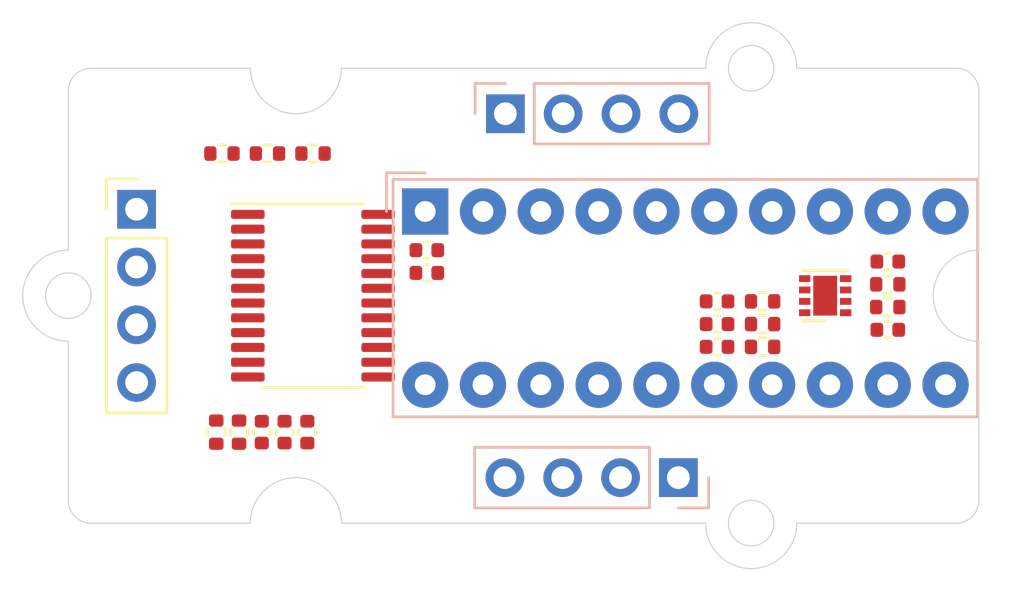
<source format=kicad_pcb>
(kicad_pcb (version 20241010) (generator "pcbnew") (generator_version "8.99")
  (layers (0 "F.Cu" signal) (2 "B.Cu" signal) (13 "F.Paste" user) (15 "B.Paste" user) (5 "F.SilkS" user) (7 "B.SilkS" user) (1 "F.Mask" user) (3 "B.Mask" user) (25 "Edge.Cuts" user) (39 "User.1" signal) (41 "User.2" signal) (43 "User.3" signal) (45 "User.4" signal) (47 "User.5" signal) (49 "User.6" signal) (51 "User.7" signal) (53 "User.8" signal) (55 "User.9" signal))
  (net 0 "")
  (net 73 "Net-(U1-GND-Pad1)")
  (footprint "Capacitor_SMD:C_0402_1005Metric" (layer "F.Cu") (at 145.705806 101.216)
    (property "Reference" "C1" (hide yes))
    (property "Value" "C" (hide yes))
    (fp_line (start -0.107836 -0.36) (end 0.107836 -0.36) (stroke (width 0.12)) (layer "F.SilkS"))
    (fp_line (start -0.107836 0.36) (end 0.107836 0.36) (stroke (width 0.12)) (layer "F.SilkS"))
    (pad "1" smd roundrect (at -0.48 0) (size 0.56 0.62) (layers "F.Cu" "F.Mask" "F.Paste"))
    (pad "2" smd roundrect (at 0.48 0) (size 0.56 0.62) (layers "F.Cu" "F.Mask" "F.Paste"))
  )
  (footprint "Package_SO:TSSOP-24_4.4x7.8mm_P0.65mm" (layer "F.Cu") (at 127.955806 99.966)
    (property "Reference" "U1" (hide yes))
    (property "Value" "STP16CP05XT" (hide yes))
    (fp_line (start 0 -4.035) (end -3.6 -4.035) (stroke (width 0.12)) (layer "F.SilkS"))
    (fp_line (start 0 -4.035) (end 2.2 -4.035) (stroke (width 0.12)) (layer "F.SilkS"))
    (fp_line (start 0 4.035) (end -2.2 4.035) (stroke (width 0.12)) (layer "F.SilkS"))
    (fp_line (start 0 4.035) (end 2.2 4.035) (stroke (width 0.12)) (layer "F.SilkS"))
    (pad "1" smd roundrect (at -2.8625 -3.575) (size 1.475 0.4) (layers "F.Cu" "F.Mask" "F.Paste") (net 73 "Net-(U1-GND-Pad1)"))
    (pad "2" smd roundrect (at -2.8625 -2.925) (size 1.475 0.4) (layers "F.Cu" "F.Mask" "F.Paste"))
    (pad "3" smd roundrect (at -2.8625 -2.275) (size 1.475 0.4) (layers "F.Cu" "F.Mask" "F.Paste"))
    (pad "4" smd roundrect (at -2.8625 -1.625) (size 1.475 0.4) (layers "F.Cu" "F.Mask" "F.Paste"))
    (pad "5" smd roundrect (at -2.8625 -0.975) (size 1.475 0.4) (layers "F.Cu" "F.Mask" "F.Paste"))
    (pad "6" smd roundrect (at -2.8625 -0.325) (size 1.475 0.4) (layers "F.Cu" "F.Mask" "F.Paste"))
    (pad "7" smd roundrect (at -2.8625 0.325) (size 1.475 0.4) (layers "F.Cu" "F.Mask" "F.Paste"))
    (pad "8" smd roundrect (at -2.8625 0.975) (size 1.475 0.4) (layers "F.Cu" "F.Mask" "F.Paste"))
    (pad "9" smd roundrect (at -2.8625 1.625) (size 1.475 0.4) (layers "F.Cu" "F.Mask" "F.Paste"))
    (pad "10" smd roundrect (at -2.8625 2.275) (size 1.475 0.4) (layers "F.Cu" "F.Mask" "F.Paste"))
    (pad "11" smd roundrect (at -2.8625 2.925) (size 1.475 0.4) (layers "F.Cu" "F.Mask" "F.Paste"))
    (pad "12" smd roundrect (at -2.8625 3.575) (size 1.475 0.4) (layers "F.Cu" "F.Mask" "F.Paste"))
    (pad "13" smd roundrect (at 2.8625 3.575) (size 1.475 0.4) (layers "F.Cu" "F.Mask" "F.Paste"))
    (pad "14" smd roundrect (at 2.8625 2.925) (size 1.475 0.4) (layers "F.Cu" "F.Mask" "F.Paste"))
    (pad "15" smd roundrect (at 2.8625 2.275) (size 1.475 0.4) (layers "F.Cu" "F.Mask" "F.Paste"))
    (pad "16" smd roundrect (at 2.8625 1.625) (size 1.475 0.4) (layers "F.Cu" "F.Mask" "F.Paste"))
    (pad "17" smd roundrect (at 2.8625 0.975) (size 1.475 0.4) (layers "F.Cu" "F.Mask" "F.Paste"))
    (pad "18" smd roundrect (at 2.8625 0.325) (size 1.475 0.4) (layers "F.Cu" "F.Mask" "F.Paste"))
    (pad "19" smd roundrect (at 2.8625 -0.325) (size 1.475 0.4) (layers "F.Cu" "F.Mask" "F.Paste"))
    (pad "20" smd roundrect (at 2.8625 -0.975) (size 1.475 0.4) (layers "F.Cu" "F.Mask" "F.Paste"))
    (pad "21" smd roundrect (at 2.8625 -1.625) (size 1.475 0.4) (layers "F.Cu" "F.Mask" "F.Paste"))
    (pad "22" smd roundrect (at 2.8625 -2.275) (size 1.475 0.4) (layers "F.Cu" "F.Mask" "F.Paste"))
    (pad "23" smd roundrect (at 2.8625 -2.925) (size 1.475 0.4) (layers "F.Cu" "F.Mask" "F.Paste"))
    (pad "24" smd roundrect (at 2.8625 -3.575) (size 1.475 0.4) (layers "F.Cu" "F.Mask" "F.Paste"))
  )
  (footprint "Package_DFN_QFN:DFN-8-1EP_2x2mm_P0.5mm_EP1.05x1.75mm" (layer "F.Cu") (at 150.455806 99.966 180)
    (property "Reference" "U2" (hide yes))
    (property "Value" "LM358_DFN" (hide yes))
    (fp_line (start 0 -1.1) (end 1 -1.1) (stroke (width 0.12)) (layer "F.SilkS"))
    (fp_line (start -1 1.1) (end 1 1.1) (stroke (width 0.12)) (layer "F.SilkS"))
    (pad "1" smd rect (at -0.9 -0.75 180) (size 0.5 0.3) (layers "F.Cu" "F.Mask" "F.Paste"))
    (pad "2" smd rect (at -0.9 -0.25 180) (size 0.5 0.3) (layers "F.Cu" "F.Mask" "F.Paste"))
    (pad "3" smd rect (at -0.9 0.25 180) (size 0.5 0.3) (layers "F.Cu" "F.Mask" "F.Paste"))
    (pad "4" smd rect (at -0.9 0.75 180) (size 0.5 0.3) (layers "F.Cu" "F.Mask" "F.Paste"))
    (pad "5" smd rect (at 0.9 0.75 180) (size 0.5 0.3) (layers "F.Cu" "F.Mask" "F.Paste"))
    (pad "6" smd rect (at 0.9 0.25 180) (size 0.5 0.3) (layers "F.Cu" "F.Mask" "F.Paste"))
    (pad "7" smd rect (at 0.9 -0.25 180) (size 0.5 0.3) (layers "F.Cu" "F.Mask" "F.Paste"))
    (pad "8" smd rect (at 0.9 -0.75 180) (size 0.5 0.3) (layers "F.Cu" "F.Mask" "F.Paste"))
    (pad "9" smd rect (at 0 0 180) (size 1.05 1.75) (layers "F.Cu" "F.Mask"))
  )
  (footprint "Resistor_SMD:R_0402_1005Metric" (layer "F.Cu") (at 147.705806 102.216)
    (property "Reference" "R1" (hide yes))
    (property "Value" "R" (hide yes))
    (fp_line (start -0.153641 -0.38) (end 0.153641 -0.38) (stroke (width 0.12)) (layer "F.SilkS"))
    (fp_line (start -0.153641 0.38) (end 0.153641 0.38) (stroke (width 0.12)) (layer "F.SilkS"))
    (pad "1" smd roundrect (at -0.51 0) (size 0.54 0.64) (layers "F.Cu" "F.Mask" "F.Paste"))
    (pad "2" smd roundrect (at 0.51 0) (size 0.54 0.64) (layers "F.Cu" "F.Mask" "F.Paste"))
  )
  (footprint "Resistor_SMD:R_0402_1005Metric" (layer "F.Cu") (at 147.705806 101.216)
    (property "Reference" "R5" (hide yes))
    (property "Value" "R" (hide yes))
    (fp_line (start -0.153641 -0.38) (end 0.153641 -0.38) (stroke (width 0.12)) (layer "F.SilkS"))
    (fp_line (start -0.153641 0.38) (end 0.153641 0.38) (stroke (width 0.12)) (layer "F.SilkS"))
    (pad "1" smd roundrect (at -0.51 0) (size 0.54 0.64) (layers "F.Cu" "F.Mask" "F.Paste"))
    (pad "2" smd roundrect (at 0.51 0) (size 0.54 0.64) (layers "F.Cu" "F.Mask" "F.Paste"))
  )
  (footprint "Capacitor_SMD:C_0402_1005Metric" (layer "F.Cu") (at 145.705806 102.216)
    (property "Reference" "C2" (hide yes))
    (property "Value" "C" (hide yes))
    (fp_line (start -0.107836 -0.36) (end 0.107836 -0.36) (stroke (width 0.12)) (layer "F.SilkS"))
    (fp_line (start -0.107836 0.36) (end 0.107836 0.36) (stroke (width 0.12)) (layer "F.SilkS"))
    (pad "1" smd roundrect (at -0.48 0) (size 0.56 0.62) (layers "F.Cu" "F.Mask" "F.Paste"))
    (pad "2" smd roundrect (at 0.48 0) (size 0.56 0.62) (layers "F.Cu" "F.Mask" "F.Paste"))
  )
  (footprint "Capacitor_SMD:C_0402_1005Metric" (layer "F.Cu") (at 153.205806 101.466)
    (property "Reference" "C10" (hide yes))
    (property "Value" "C" (hide yes))
    (fp_line (start -0.107836 -0.36) (end 0.107836 -0.36) (stroke (width 0.12)) (layer "F.SilkS"))
    (fp_line (start -0.107836 0.36) (end 0.107836 0.36) (stroke (width 0.12)) (layer "F.SilkS"))
    (pad "1" smd roundrect (at -0.48 0) (size 0.56 0.62) (layers "F.Cu" "F.Mask" "F.Paste"))
    (pad "2" smd roundrect (at 0.48 0) (size 0.56 0.62) (layers "F.Cu" "F.Mask" "F.Paste"))
  )
  (footprint "Resistor_SMD:R_0402_1005Metric" (layer "F.Cu") (at 147.705806 100.216)
    (property "Reference" "R4" (hide yes))
    (property "Value" "R" (hide yes))
    (fp_line (start -0.153641 -0.38) (end 0.153641 -0.38) (stroke (width 0.12)) (layer "F.SilkS"))
    (fp_line (start -0.153641 0.38) (end 0.153641 0.38) (stroke (width 0.12)) (layer "F.SilkS"))
    (pad "1" smd roundrect (at -0.51 0) (size 0.54 0.64) (layers "F.Cu" "F.Mask" "F.Paste"))
    (pad "2" smd roundrect (at 0.51 0) (size 0.54 0.64) (layers "F.Cu" "F.Mask" "F.Paste"))
  )
  (footprint "Capacitor_SMD:C_0402_1005Metric" (layer "F.Cu") (at 132.9558 97.966)
    (property "Reference" "C7" (hide yes))
    (property "Value" "C" (hide yes))
    (fp_line (start -0.107836 -0.36) (end 0.107836 -0.36) (stroke (width 0.12)) (layer "F.SilkS"))
    (fp_line (start -0.107836 0.36) (end 0.107836 0.36) (stroke (width 0.12)) (layer "F.SilkS"))
    (pad "1" smd roundrect (at -0.48 0) (size 0.56 0.62) (layers "F.Cu" "F.Mask" "F.Paste"))
    (pad "2" smd roundrect (at 0.48 0) (size 0.56 0.62) (layers "F.Cu" "F.Mask" "F.Paste"))
  )
  (footprint "Resistor_SMD:R_0402_1005Metric" (layer "F.Cu") (at 153.205806 99.466)
    (property "Reference" "R3" (hide yes))
    (property "Value" "R" (hide yes))
    (fp_line (start -0.153641 -0.38) (end 0.153641 -0.38) (stroke (width 0.12)) (layer "F.SilkS"))
    (fp_line (start -0.153641 0.38) (end 0.153641 0.38) (stroke (width 0.12)) (layer "F.SilkS"))
    (pad "1" smd roundrect (at -0.51 0) (size 0.54 0.64) (layers "F.Cu" "F.Mask" "F.Paste"))
    (pad "2" smd roundrect (at 0.51 0) (size 0.54 0.64) (layers "F.Cu" "F.Mask" "F.Paste"))
  )
  (footprint "Capacitor_SMD:C_0402_1005Metric" (layer "F.Cu") (at 126.7058 105.966 90)
    (property "Reference" "C4" (hide yes))
    (property "Value" "C" (hide yes))
    (fp_line (start -0.107836 -0.36) (end 0.107836 -0.36) (stroke (width 0.12)) (layer "F.SilkS"))
    (fp_line (start -0.107836 0.36) (end 0.107836 0.36) (stroke (width 0.12)) (layer "F.SilkS"))
    (pad "1" smd roundrect (at -0.48 0 90) (size 0.56 0.62) (layers "F.Cu" "F.Mask" "F.Paste"))
    (pad "2" smd roundrect (at 0.48 0 90) (size 0.56 0.62) (layers "F.Cu" "F.Mask" "F.Paste"))
  )
  (footprint "Resistor_SMD:R_0402_1005Metric" (layer "F.Cu") (at 123.9558 93.716)
    (property "Reference" "R8" (hide yes))
    (property "Value" "R" (hide yes))
    (fp_line (start -0.153641 -0.38) (end 0.153641 -0.38) (stroke (width 0.12)) (layer "F.SilkS"))
    (fp_line (start -0.153641 0.38) (end 0.153641 0.38) (stroke (width 0.12)) (layer "F.SilkS"))
    (pad "1" smd roundrect (at -0.51 0) (size 0.54 0.64) (layers "F.Cu" "F.Mask" "F.Paste"))
    (pad "2" smd roundrect (at 0.51 0) (size 0.54 0.64) (layers "F.Cu" "F.Mask" "F.Paste"))
  )
  (footprint "Resistor_SMD:R_0402_1005Metric" (layer "F.Cu") (at 153.205806 100.466)
    (property "Reference" "R2" (hide yes))
    (property "Value" "R" (hide yes))
    (fp_line (start -0.153641 -0.38) (end 0.153641 -0.38) (stroke (width 0.12)) (layer "F.SilkS"))
    (fp_line (start -0.153641 0.38) (end 0.153641 0.38) (stroke (width 0.12)) (layer "F.SilkS"))
    (pad "1" smd roundrect (at -0.51 0) (size 0.54 0.64) (layers "F.Cu" "F.Mask" "F.Paste"))
    (pad "2" smd roundrect (at 0.51 0) (size 0.54 0.64) (layers "F.Cu" "F.Mask" "F.Paste"))
  )
  (footprint "Capacitor_SMD:C_0402_1005Metric" (layer "F.Cu") (at 125.7058 105.966 -90)
    (property "Reference" "C5" (hide yes))
    (property "Value" "C" (hide yes))
    (fp_line (start -0.107836 0.36) (end 0.107836 0.36) (stroke (width 0.12)) (layer "F.SilkS"))
    (fp_line (start -0.107836 -0.36) (end 0.107836 -0.36) (stroke (width 0.12)) (layer "F.SilkS"))
    (pad "1" smd roundrect (at -0.48 0 270) (size 0.56 0.62) (layers "F.Cu" "F.Mask" "F.Paste"))
    (pad "2" smd roundrect (at 0.48 0 270) (size 0.56 0.62) (layers "F.Cu" "F.Mask" "F.Paste"))
  )
  (footprint "Resistor_SMD:R_0402_1005Metric" (layer "F.Cu") (at 127.9558 93.716)
    (property "Reference" "R6" (hide yes))
    (property "Value" "R" (hide yes))
    (fp_line (start -0.153641 -0.38) (end 0.153641 -0.38) (stroke (width 0.12)) (layer "F.SilkS"))
    (fp_line (start -0.153641 0.38) (end 0.153641 0.38) (stroke (width 0.12)) (layer "F.SilkS"))
    (pad "1" smd roundrect (at -0.51 0) (size 0.54 0.64) (layers "F.Cu" "F.Mask" "F.Paste"))
    (pad "2" smd roundrect (at 0.51 0) (size 0.54 0.64) (layers "F.Cu" "F.Mask" "F.Paste"))
  )
  (footprint "Capacitor_SMD:C_0402_1005Metric" (layer "F.Cu") (at 127.7058 105.966 -90)
    (property "Reference" "C3" (hide yes))
    (property "Value" "C" (hide yes))
    (fp_line (start -0.107836 0.36) (end 0.107836 0.36) (stroke (width 0.12)) (layer "F.SilkS"))
    (fp_line (start -0.107836 -0.36) (end 0.107836 -0.36) (stroke (width 0.12)) (layer "F.SilkS"))
    (pad "1" smd roundrect (at -0.48 0 270) (size 0.56 0.62) (layers "F.Cu" "F.Mask" "F.Paste"))
    (pad "2" smd roundrect (at 0.48 0 270) (size 0.56 0.62) (layers "F.Cu" "F.Mask" "F.Paste"))
  )
  (footprint "Capacitor_SMD:C_0402_1005Metric" (layer "F.Cu") (at 145.705806 100.216)
    (property "Reference" "C6" (hide yes))
    (property "Value" "C" (hide yes))
    (fp_line (start -0.107836 -0.36) (end 0.107836 -0.36) (stroke (width 0.12)) (layer "F.SilkS"))
    (fp_line (start -0.107836 0.36) (end 0.107836 0.36) (stroke (width 0.12)) (layer "F.SilkS"))
    (pad "1" smd roundrect (at -0.48 0) (size 0.56 0.62) (layers "F.Cu" "F.Mask" "F.Paste"))
    (pad "2" smd roundrect (at 0.48 0) (size 0.56 0.62) (layers "F.Cu" "F.Mask" "F.Paste"))
  )
  (footprint "Resistor_SMD:R_0402_1005Metric" (layer "F.Cu") (at 124.7058 105.966 -90)
    (property "Reference" "R9" (hide yes))
    (property "Value" "R" (hide yes))
    (fp_line (start -0.153641 0.38) (end 0.153641 0.38) (stroke (width 0.12)) (layer "F.SilkS"))
    (fp_line (start -0.153641 -0.38) (end 0.153641 -0.38) (stroke (width 0.12)) (layer "F.SilkS"))
    (pad "1" smd roundrect (at -0.51 0 270) (size 0.54 0.64) (layers "F.Cu" "F.Mask" "F.Paste"))
    (pad "2" smd roundrect (at 0.51 0 270) (size 0.54 0.64) (layers "F.Cu" "F.Mask" "F.Paste"))
  )
  (footprint "Capacitor_SMD:C_0402_1005Metric" (layer "F.Cu") (at 153.205806 98.466)
    (property "Reference" "C9" (hide yes))
    (property "Value" "C" (hide yes))
    (fp_line (start -0.107836 -0.36) (end 0.107836 -0.36) (stroke (width 0.12)) (layer "F.SilkS"))
    (fp_line (start -0.107836 0.36) (end 0.107836 0.36) (stroke (width 0.12)) (layer "F.SilkS"))
    (pad "1" smd roundrect (at -0.48 0) (size 0.56 0.62) (layers "F.Cu" "F.Mask" "F.Paste"))
    (pad "2" smd roundrect (at 0.48 0) (size 0.56 0.62) (layers "F.Cu" "F.Mask" "F.Paste"))
  )
  (footprint "Resistor_SMD:R_0402_1005Metric" (layer "F.Cu") (at 123.7058 105.966 -90)
    (property "Reference" "R10" (hide yes))
    (property "Value" "R" (hide yes))
    (fp_line (start -0.153641 0.38) (end 0.153641 0.38) (stroke (width 0.12)) (layer "F.SilkS"))
    (fp_line (start -0.153641 -0.38) (end 0.153641 -0.38) (stroke (width 0.12)) (layer "F.SilkS"))
    (pad "1" smd roundrect (at -0.51 0 270) (size 0.54 0.64) (layers "F.Cu" "F.Mask" "F.Paste"))
    (pad "2" smd roundrect (at 0.51 0 270) (size 0.54 0.64) (layers "F.Cu" "F.Mask" "F.Paste"))
  )
  (footprint "Capacitor_SMD:C_0402_1005Metric" (layer "F.Cu") (at 132.9558 98.966)
    (property "Reference" "C8" (hide yes))
    (property "Value" "C" (hide yes))
    (fp_line (start -0.107836 -0.36) (end 0.107836 -0.36) (stroke (width 0.12)) (layer "F.SilkS"))
    (fp_line (start -0.107836 0.36) (end 0.107836 0.36) (stroke (width 0.12)) (layer "F.SilkS"))
    (pad "1" smd roundrect (at -0.48 0) (size 0.56 0.62) (layers "F.Cu" "F.Mask" "F.Paste"))
    (pad "2" smd roundrect (at 0.48 0) (size 0.56 0.62) (layers "F.Cu" "F.Mask" "F.Paste"))
  )
  (footprint "Resistor_SMD:R_0402_1005Metric" (layer "F.Cu") (at 125.9558 93.716)
    (property "Reference" "R7" (hide yes))
    (property "Value" "R" (hide yes))
    (fp_line (start -0.153641 -0.38) (end 0.153641 -0.38) (stroke (width 0.12)) (layer "F.SilkS"))
    (fp_line (start -0.153641 0.38) (end 0.153641 0.38) (stroke (width 0.12)) (layer "F.SilkS"))
    (pad "1" smd roundrect (at -0.51 0) (size 0.54 0.64) (layers "F.Cu" "F.Mask" "F.Paste"))
    (pad "2" smd roundrect (at 0.51 0) (size 0.54 0.64) (layers "F.Cu" "F.Mask" "F.Paste"))
  )
  (footprint "Connector_PinHeader_2.54mm:PinHeader_1x04_P2.54mm_Vertical" (layer "F.Cu") (at 120.2058 96.166)
    (property "Reference" "J1" (hide yes))
    (property "Value" "Conn_01x04" (hide yes))
    (fp_line (start -1.33 -1.33) (end 0 -1.33) (stroke (width 0.12)) (layer "F.SilkS"))
    (fp_line (start -1.33 0) (end -1.33 -1.33) (stroke (width 0.12)) (layer "F.SilkS"))
    (fp_line (start -1.33 1.27) (end -1.33 8.95) (stroke (width 0.12)) (layer "F.SilkS"))
    (fp_line (start -1.33 1.27) (end 1.33 1.27) (stroke (width 0.12)) (layer "F.SilkS"))
    (fp_line (start -1.33 8.95) (end 1.33 8.95) (stroke (width 0.12)) (layer "F.SilkS"))
    (fp_line (start 1.33 1.27) (end 1.33 8.95) (stroke (width 0.12)) (layer "F.SilkS"))
    (pad "1" thru_hole rect (at 0 0) (size 1.7 1.7) (drill 1) (layers "*.Cu" "*.Mask"))
    (pad "2" thru_hole oval (at 0 2.54) (size 1.7 1.7) (drill 1) (layers "*.Cu" "*.Mask"))
    (pad "3" thru_hole oval (at 0 5.08) (size 1.7 1.7) (drill 1) (layers "*.Cu" "*.Mask"))
    (pad "4" thru_hole oval (at 0 7.62) (size 1.7 1.7) (drill 1) (layers "*.Cu" "*.Mask"))
  )
  (footprint "Connector_PinHeader_2.54mm:PinHeader_1x04_P2.54mm_Vertical" (layer "B.Cu") (at 144.0058 107.966 90)
    (property "Reference" "J3" (hide yes))
    (property "Value" "Conn_01x04" (hide yes))
    (fp_line (start 1.33 -8.95) (end -1.33 -8.95) (stroke (width 0.12)) (layer "B.SilkS"))
    (fp_line (start 1.33 -8.95) (end 1.33 -1.27) (stroke (width 0.12)) (layer "B.SilkS"))
    (fp_line (start -1.33 -8.95) (end -1.33 -1.27) (stroke (width 0.12)) (layer "B.SilkS"))
    (fp_line (start 1.33 -1.27) (end -1.33 -1.27) (stroke (width 0.12)) (layer "B.SilkS"))
    (fp_line (start 0 1.33) (end -1.33 1.33) (stroke (width 0.12)) (layer "B.SilkS"))
    (fp_line (start -1.33 1.33) (end -1.33 0) (stroke (width 0.12)) (layer "B.SilkS"))
    (pad "1" thru_hole rect (at 0 0 90) (size 1.7 1.7) (drill 1) (layers "*.Cu" "*.Mask"))
    (pad "2" thru_hole oval (at 0 -2.54 90) (size 1.7 1.7) (drill 1) (layers "*.Cu" "*.Mask"))
    (pad "3" thru_hole oval (at 0 -5.08 90) (size 1.7 1.7) (drill 1) (layers "*.Cu" "*.Mask"))
    (pad "4" thru_hole oval (at 0 -7.62 90) (size 1.7 1.7) (drill 1) (layers "*.Cu" "*.Mask"))
  )
  (footprint "Display:HLCP-J100" (layer "B.Cu") (at 132.8833 96.2635 -90)
    (property "Reference" "BAR1" (hide yes))
    (property "Value" "HDSP-4832_2" (hide yes))
    (fp_line (start -1.7 1.7) (end 0 1.7) (stroke (width 0.12)) (layer "B.SilkS"))
    (fp_line (start -1.41 1.41) (end -1.41 -24.27) (stroke (width 0.12)) (layer "B.SilkS"))
    (fp_line (start 9.03 1.41) (end -1.41 1.41) (stroke (width 0.12)) (layer "B.SilkS"))
    (fp_line (start -1.7 0) (end -1.7 1.7) (stroke (width 0.12)) (layer "B.SilkS"))
    (fp_line (start -1.41 -24.27) (end 9.03 -24.27) (stroke (width 0.12)) (layer "B.SilkS"))
    (fp_line (start 9.03 -24.27) (end 9.03 1.41) (stroke (width 0.12)) (layer "B.SilkS"))
    (pad "1" thru_hole rect (at 0 0) (size 2.032 2.032) (drill 0.9144) (layers "*.Cu" "*.Mask"))
    (pad "2" thru_hole circle (at 0 -2.54) (size 2.032 2.032) (drill 0.9144) (layers "*.Cu" "*.Mask"))
    (pad "3" thru_hole circle (at 0 -5.08) (size 2.032 2.032) (drill 0.9144) (layers "*.Cu" "*.Mask"))
    (pad "4" thru_hole circle (at 0 -7.62) (size 2.032 2.032) (drill 0.9144) (layers "*.Cu" "*.Mask"))
    (pad "5" thru_hole circle (at 0 -10.16) (size 2.032 2.032) (drill 0.9144) (layers "*.Cu" "*.Mask"))
    (pad "6" thru_hole circle (at 0 -12.7) (size 2.032 2.032) (drill 0.9144) (layers "*.Cu" "*.Mask"))
    (pad "7" thru_hole circle (at 0 -15.24) (size 2.032 2.032) (drill 0.9144) (layers "*.Cu" "*.Mask"))
    (pad "8" thru_hole circle (at 0 -17.78) (size 2.032 2.032) (drill 0.9144) (layers "*.Cu" "*.Mask"))
    (pad "9" thru_hole circle (at 0 -20.32) (size 2.032 2.032) (drill 0.9144) (layers "*.Cu" "*.Mask"))
    (pad "10" thru_hole circle (at 0 -22.86) (size 2.032 2.032) (drill 0.9144) (layers "*.Cu" "*.Mask"))
    (pad "11" thru_hole circle (at 7.62 -22.86) (size 2.032 2.032) (drill 0.9144) (layers "*.Cu" "*.Mask"))
    (pad "12" thru_hole circle (at 7.62 -20.32) (size 2.032 2.032) (drill 0.9144) (layers "*.Cu" "*.Mask"))
    (pad "13" thru_hole circle (at 7.62 -17.78) (size 2.032 2.032) (drill 0.9144) (layers "*.Cu" "*.Mask"))
    (pad "14" thru_hole circle (at 7.62 -15.24) (size 2.032 2.032) (drill 0.9144) (layers "*.Cu" "*.Mask"))
    (pad "15" thru_hole circle (at 7.62 -12.7) (size 2.032 2.032) (drill 0.9144) (layers "*.Cu" "*.Mask"))
    (pad "16" thru_hole circle (at 7.62 -10.16) (size 2.032 2.032) (drill 0.9144) (layers "*.Cu" "*.Mask"))
    (pad "17" thru_hole circle (at 7.62 -7.62) (size 2.032 2.032) (drill 0.9144) (layers "*.Cu" "*.Mask"))
    (pad "18" thru_hole circle (at 7.62 -5.08) (size 2.032 2.032) (drill 0.9144) (layers "*.Cu" "*.Mask"))
    (pad "19" thru_hole circle (at 7.62 -2.54) (size 2.032 2.032) (drill 0.9144) (layers "*.Cu" "*.Mask"))
    (pad "20" thru_hole circle (at 7.62 0) (size 2.032 2.032) (drill 0.9144) (layers "*.Cu" "*.Mask"))
  )
  (footprint "Connector_PinHeader_2.54mm:PinHeader_1x04_P2.54mm_Vertical" (layer "B.Cu") (at 136.4058 91.966 -90)
    (property "Reference" "J2" (hide yes))
    (property "Value" "Conn_01x04" (hide yes))
    (fp_line (start -1.33 1.33) (end -1.33 0) (stroke (width 0.12)) (layer "B.SilkS"))
    (fp_line (start 0 1.33) (end -1.33 1.33) (stroke (width 0.12)) (layer "B.SilkS"))
    (fp_line (start 1.33 -1.27) (end -1.33 -1.27) (stroke (width 0.12)) (layer "B.SilkS"))
    (fp_line (start -1.33 -8.95) (end -1.33 -1.27) (stroke (width 0.12)) (layer "B.SilkS"))
    (fp_line (start 1.33 -8.95) (end 1.33 -1.27) (stroke (width 0.12)) (layer "B.SilkS"))
    (fp_line (start 1.33 -8.95) (end -1.33 -8.95) (stroke (width 0.12)) (layer "B.SilkS"))
    (pad "1" thru_hole rect (at 0 0 270) (size 1.7 1.7) (drill 1) (layers "*.Cu" "*.Mask"))
    (pad "2" thru_hole oval (at 0 -2.54 270) (size 1.7 1.7) (drill 1) (layers "*.Cu" "*.Mask"))
    (pad "3" thru_hole oval (at 0 -5.08 270) (size 1.7 1.7) (drill 1) (layers "*.Cu" "*.Mask"))
    (pad "4" thru_hole oval (at 0 -7.62 270) (size 1.7 1.7) (drill 1) (layers "*.Cu" "*.Mask"))
  )
  (gr_line (start 117.2058 101.966) (end 117.2058 108.966) (stroke (width 0.05)) (layer "Edge.Cuts"))
  (gr_arc (start 129.2058 89.966) (mid 127.2058 91.966) (end 125.2058 89.966) (stroke (width 0.05)) (layer "Edge.Cuts"))
  (gr_arc (start 156.2058 89.966) (mid 156.912907 90.258893) (end 157.2058 90.966) (stroke (width 0.05)) (layer "Edge.Cuts"))
  (gr_arc (start 149.2058 109.966) (mid 147.2058 111.966) (end 145.2058 109.966) (stroke (width 0.05)) (layer "Edge.Cuts"))
  (gr_arc (start 117.2058 90.966) (mid 117.498693 90.258893) (end 118.2058 89.966) (stroke (width 0.05)) (layer "Edge.Cuts"))
  (gr_line (start 157.2058 108.966) (end 157.2058 101.966) (stroke (width 0.05)) (layer "Edge.Cuts"))
  (gr_arc (start 117.2058 101.966) (mid 115.2058 99.966) (end 117.2058 97.966) (stroke (width 0.05)) (layer "Edge.Cuts"))
  (gr_arc (start 118.2058 109.966) (mid 117.498693 109.673107) (end 117.2058 108.966) (stroke (width 0.05)) (layer "Edge.Cuts"))
  (gr_line (start 129.2058 109.966) (end 145.2058 109.966) (stroke (width 0.05)) (layer "Edge.Cuts"))
  (gr_line (start 118.2058 89.966) (end 125.2058 89.966) (stroke (width 0.05)) (layer "Edge.Cuts"))
  (gr_line (start 149.2058 109.966) (end 156.2058 109.966) (stroke (width 0.05)) (layer "Edge.Cuts"))
  (gr_arc (start 145.2058 89.966) (mid 147.2058 87.966) (end 149.2058 89.966) (stroke (width 0.05)) (layer "Edge.Cuts"))
  (gr_circle (center 117.2058 99.966) (end 116.2058 99.966) (stroke (width 0.05)) (fill none) (layer "Edge.Cuts"))
  (gr_line (start 145.2058 89.966) (end 129.2058 89.966) (stroke (width 0.05)) (layer "Edge.Cuts"))
  (gr_circle (center 147.2058 109.966) (end 147.2058 110.966) (stroke (width 0.05)) (fill none) (layer "Edge.Cuts"))
  (gr_line (start 157.2058 97.966) (end 157.2058 90.966) (stroke (width 0.05)) (layer "Edge.Cuts"))
  (gr_arc (start 157.2058 101.966) (mid 155.2058 99.966) (end 157.2058 97.966) (stroke (width 0.05)) (layer "Edge.Cuts"))
  (gr_line (start 156.2058 89.966) (end 149.2058 89.966) (stroke (width 0.05)) (layer "Edge.Cuts"))
  (gr_circle (center 147.2058 89.966) (end 147.2058 88.966) (stroke (width 0.05)) (fill none) (layer "Edge.Cuts"))
  (gr_arc (start 125.2058 109.966) (mid 127.2058 107.966) (end 129.2058 109.966) (stroke (width 0.05)) (layer "Edge.Cuts"))
  (gr_line (start 117.2058 90.966) (end 117.2058 97.966) (stroke (width 0.05)) (layer "Edge.Cuts"))
  (gr_line (start 118.2058 109.966) (end 125.2058 109.966) (stroke (width 0.05)) (layer "Edge.Cuts"))
  (gr_arc (start 157.2058 108.966) (mid 156.912907 109.673107) (end 156.2058 109.966) (stroke (width 0.05)) (layer "Edge.Cuts"))
)
</source>
